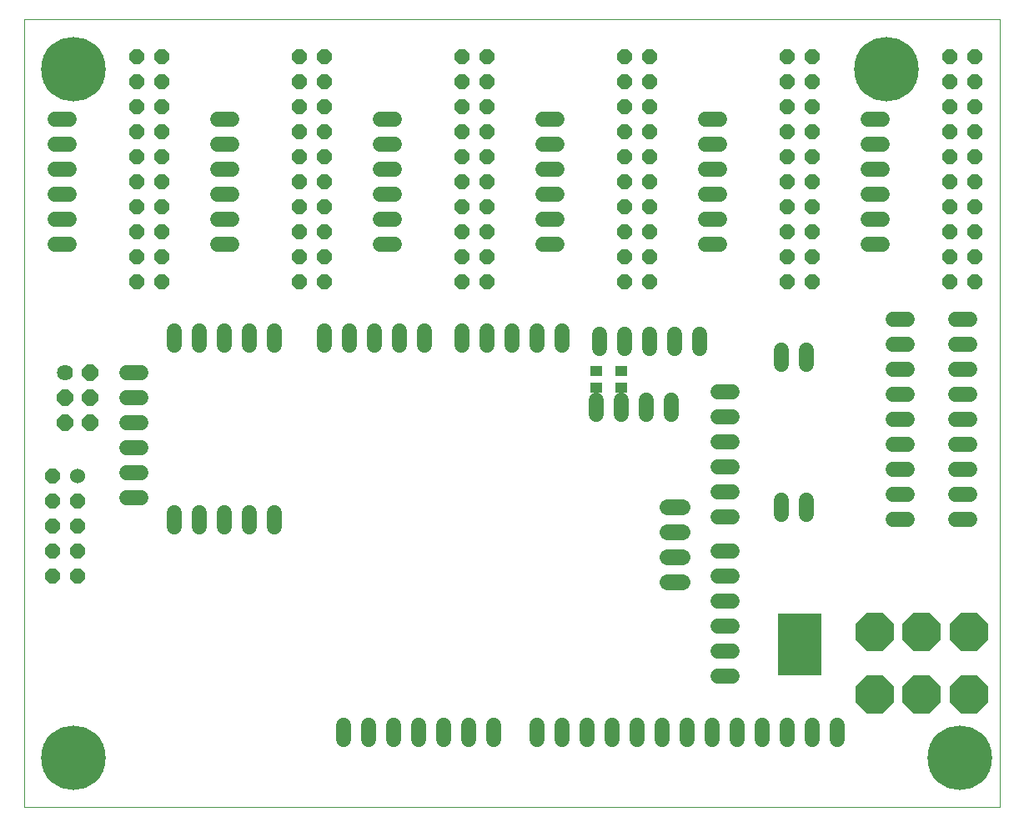
<source format=gbs>
G75*
%MOIN*%
%OFA0B0*%
%FSLAX25Y25*%
%IPPOS*%
%LPD*%
%AMOC8*
5,1,8,0,0,1.08239X$1,22.5*
%
%ADD10C,0.00000*%
%ADD11R,0.17500X0.25000*%
%ADD12C,0.06400*%
%ADD13OC8,0.06000*%
%ADD14C,0.06000*%
%ADD15R,0.04731X0.04337*%
%ADD16OC8,0.15400*%
%ADD17C,0.06400*%
%ADD18OC8,0.06400*%
%ADD19C,0.06000*%
%ADD20C,0.25800*%
D10*
X0041800Y0041800D02*
X0041800Y0356761D01*
X0431564Y0356761D01*
X0431564Y0041800D01*
X0041800Y0041800D01*
D11*
X0351800Y0106800D03*
D12*
X0304800Y0131800D02*
X0298800Y0131800D01*
X0298800Y0141800D02*
X0304800Y0141800D01*
X0304800Y0151800D02*
X0298800Y0151800D01*
X0298800Y0161800D02*
X0304800Y0161800D01*
D13*
X0291800Y0251800D03*
X0291800Y0261800D03*
X0281800Y0261800D03*
X0281800Y0251800D03*
X0281800Y0271800D03*
X0281800Y0281800D03*
X0291800Y0281800D03*
X0291800Y0271800D03*
X0291800Y0291800D03*
X0291800Y0301800D03*
X0281800Y0301800D03*
X0281800Y0291800D03*
X0281800Y0311800D03*
X0281800Y0321800D03*
X0291800Y0321800D03*
X0291800Y0311800D03*
X0291800Y0331800D03*
X0291800Y0341800D03*
X0281800Y0341800D03*
X0281800Y0331800D03*
X0226800Y0331800D03*
X0226800Y0341800D03*
X0216800Y0341800D03*
X0216800Y0331800D03*
X0216800Y0321800D03*
X0216800Y0311800D03*
X0226800Y0311800D03*
X0226800Y0321800D03*
X0226800Y0301800D03*
X0226800Y0291800D03*
X0216800Y0291800D03*
X0216800Y0301800D03*
X0216800Y0281800D03*
X0216800Y0271800D03*
X0226800Y0271800D03*
X0226800Y0281800D03*
X0226800Y0261800D03*
X0226800Y0251800D03*
X0216800Y0251800D03*
X0216800Y0261800D03*
X0161800Y0261800D03*
X0161800Y0251800D03*
X0151800Y0251800D03*
X0151800Y0261800D03*
X0151800Y0271800D03*
X0151800Y0281800D03*
X0161800Y0281800D03*
X0161800Y0271800D03*
X0161800Y0291800D03*
X0161800Y0301800D03*
X0151800Y0301800D03*
X0151800Y0291800D03*
X0151800Y0311800D03*
X0151800Y0321800D03*
X0161800Y0321800D03*
X0161800Y0311800D03*
X0161800Y0331800D03*
X0161800Y0341800D03*
X0151800Y0341800D03*
X0151800Y0331800D03*
X0096800Y0331800D03*
X0096800Y0341800D03*
X0086800Y0341800D03*
X0086800Y0331800D03*
X0086800Y0321800D03*
X0086800Y0311800D03*
X0096800Y0311800D03*
X0096800Y0321800D03*
X0096800Y0301800D03*
X0096800Y0291800D03*
X0086800Y0291800D03*
X0086800Y0301800D03*
X0086800Y0281800D03*
X0086800Y0271800D03*
X0096800Y0271800D03*
X0096800Y0281800D03*
X0096800Y0261800D03*
X0096800Y0251800D03*
X0086800Y0251800D03*
X0086800Y0261800D03*
X0053050Y0174300D03*
X0053050Y0164300D03*
X0063050Y0164300D03*
X0063050Y0154300D03*
X0063050Y0144300D03*
X0053050Y0144300D03*
X0053050Y0154300D03*
X0053050Y0134300D03*
X0063050Y0134300D03*
X0346800Y0251800D03*
X0346800Y0261800D03*
X0356800Y0261800D03*
X0356800Y0251800D03*
X0356800Y0271800D03*
X0356800Y0281800D03*
X0346800Y0281800D03*
X0346800Y0271800D03*
X0346800Y0291800D03*
X0346800Y0301800D03*
X0356800Y0301800D03*
X0356800Y0291800D03*
X0356800Y0311800D03*
X0356800Y0321800D03*
X0346800Y0321800D03*
X0346800Y0311800D03*
X0346800Y0331800D03*
X0346800Y0341800D03*
X0356800Y0341800D03*
X0356800Y0331800D03*
X0411800Y0331800D03*
X0411800Y0341800D03*
X0421800Y0341800D03*
X0421800Y0331800D03*
X0421800Y0321800D03*
X0421800Y0311800D03*
X0411800Y0311800D03*
X0411800Y0321800D03*
X0411800Y0301800D03*
X0411800Y0291800D03*
X0421800Y0291800D03*
X0421800Y0301800D03*
X0421800Y0281800D03*
X0421800Y0271800D03*
X0411800Y0271800D03*
X0411800Y0281800D03*
X0411800Y0261800D03*
X0411800Y0251800D03*
X0421800Y0251800D03*
X0421800Y0261800D03*
D14*
X0419600Y0236800D02*
X0414000Y0236800D01*
X0414000Y0226800D02*
X0419600Y0226800D01*
X0419600Y0216800D02*
X0414000Y0216800D01*
X0414000Y0206800D02*
X0419600Y0206800D01*
X0419600Y0196800D02*
X0414000Y0196800D01*
X0414000Y0186800D02*
X0419600Y0186800D01*
X0419600Y0176800D02*
X0414000Y0176800D01*
X0414000Y0166800D02*
X0419600Y0166800D01*
X0419600Y0156800D02*
X0414000Y0156800D01*
X0394600Y0156800D02*
X0389000Y0156800D01*
X0389000Y0166800D02*
X0394600Y0166800D01*
X0394600Y0176800D02*
X0389000Y0176800D01*
X0389000Y0186800D02*
X0394600Y0186800D01*
X0394600Y0196800D02*
X0389000Y0196800D01*
X0389000Y0206800D02*
X0394600Y0206800D01*
X0394600Y0216800D02*
X0389000Y0216800D01*
X0389000Y0226800D02*
X0394600Y0226800D01*
X0394600Y0236800D02*
X0389000Y0236800D01*
X0384600Y0266800D02*
X0379000Y0266800D01*
X0379000Y0276800D02*
X0384600Y0276800D01*
X0384600Y0286800D02*
X0379000Y0286800D01*
X0379000Y0296800D02*
X0384600Y0296800D01*
X0384600Y0306800D02*
X0379000Y0306800D01*
X0379000Y0316800D02*
X0384600Y0316800D01*
X0319600Y0316800D02*
X0314000Y0316800D01*
X0314000Y0306800D02*
X0319600Y0306800D01*
X0319600Y0296800D02*
X0314000Y0296800D01*
X0314000Y0286800D02*
X0319600Y0286800D01*
X0319600Y0276800D02*
X0314000Y0276800D01*
X0314000Y0266800D02*
X0319600Y0266800D01*
X0311800Y0230850D02*
X0311800Y0225250D01*
X0301800Y0225250D02*
X0301800Y0230850D01*
X0291800Y0230850D02*
X0291800Y0225250D01*
X0281800Y0225250D02*
X0281800Y0230850D01*
X0271800Y0230850D02*
X0271800Y0225250D01*
X0256800Y0226500D02*
X0256800Y0232100D01*
X0246800Y0232100D02*
X0246800Y0226500D01*
X0236800Y0226500D02*
X0236800Y0232100D01*
X0226800Y0232100D02*
X0226800Y0226500D01*
X0216800Y0226500D02*
X0216800Y0232100D01*
X0201800Y0232100D02*
X0201800Y0226500D01*
X0191800Y0226500D02*
X0191800Y0232100D01*
X0181800Y0232100D02*
X0181800Y0226500D01*
X0171800Y0226500D02*
X0171800Y0232100D01*
X0161800Y0232100D02*
X0161800Y0226500D01*
X0141800Y0226500D02*
X0141800Y0232100D01*
X0131800Y0232100D02*
X0131800Y0226500D01*
X0121800Y0226500D02*
X0121800Y0232100D01*
X0111800Y0232100D02*
X0111800Y0226500D01*
X0101800Y0226500D02*
X0101800Y0232100D01*
X0088350Y0215550D02*
X0082750Y0215550D01*
X0082750Y0205550D02*
X0088350Y0205550D01*
X0088350Y0195550D02*
X0082750Y0195550D01*
X0082750Y0185550D02*
X0088350Y0185550D01*
X0088350Y0175550D02*
X0082750Y0175550D01*
X0082750Y0165550D02*
X0088350Y0165550D01*
X0101800Y0159600D02*
X0101800Y0154000D01*
X0111800Y0154000D02*
X0111800Y0159600D01*
X0121800Y0159600D02*
X0121800Y0154000D01*
X0131800Y0154000D02*
X0131800Y0159600D01*
X0141800Y0159600D02*
X0141800Y0154000D01*
X0169300Y0074600D02*
X0169300Y0069000D01*
X0179300Y0069000D02*
X0179300Y0074600D01*
X0189300Y0074600D02*
X0189300Y0069000D01*
X0199300Y0069000D02*
X0199300Y0074600D01*
X0209300Y0074600D02*
X0209300Y0069000D01*
X0219300Y0069000D02*
X0219300Y0074600D01*
X0229300Y0074600D02*
X0229300Y0069000D01*
X0246800Y0069000D02*
X0246800Y0074600D01*
X0256800Y0074600D02*
X0256800Y0069000D01*
X0266800Y0069000D02*
X0266800Y0074600D01*
X0276800Y0074600D02*
X0276800Y0069000D01*
X0286800Y0069000D02*
X0286800Y0074600D01*
X0296800Y0074600D02*
X0296800Y0069000D01*
X0306800Y0069000D02*
X0306800Y0074600D01*
X0316800Y0074600D02*
X0316800Y0069000D01*
X0326800Y0069000D02*
X0326800Y0074600D01*
X0336800Y0074600D02*
X0336800Y0069000D01*
X0346800Y0069000D02*
X0346800Y0074600D01*
X0356800Y0074600D02*
X0356800Y0069000D01*
X0366800Y0069000D02*
X0366800Y0074600D01*
X0324600Y0094300D02*
X0319000Y0094300D01*
X0319000Y0104300D02*
X0324600Y0104300D01*
X0324600Y0114300D02*
X0319000Y0114300D01*
X0319000Y0124300D02*
X0324600Y0124300D01*
X0324600Y0134300D02*
X0319000Y0134300D01*
X0319000Y0144300D02*
X0324600Y0144300D01*
X0324600Y0158050D02*
X0319000Y0158050D01*
X0319000Y0168050D02*
X0324600Y0168050D01*
X0324600Y0178050D02*
X0319000Y0178050D01*
X0319000Y0188050D02*
X0324600Y0188050D01*
X0324600Y0198050D02*
X0319000Y0198050D01*
X0319000Y0208050D02*
X0324600Y0208050D01*
X0344300Y0219000D02*
X0344300Y0224600D01*
X0354300Y0224600D02*
X0354300Y0219000D01*
X0300550Y0204600D02*
X0300550Y0199000D01*
X0290550Y0199000D02*
X0290550Y0204600D01*
X0280550Y0204600D02*
X0280550Y0199000D01*
X0270550Y0199000D02*
X0270550Y0204600D01*
X0254600Y0266800D02*
X0249000Y0266800D01*
X0249000Y0276800D02*
X0254600Y0276800D01*
X0254600Y0286800D02*
X0249000Y0286800D01*
X0249000Y0296800D02*
X0254600Y0296800D01*
X0254600Y0306800D02*
X0249000Y0306800D01*
X0249000Y0316800D02*
X0254600Y0316800D01*
X0189600Y0316800D02*
X0184000Y0316800D01*
X0184000Y0306800D02*
X0189600Y0306800D01*
X0189600Y0296800D02*
X0184000Y0296800D01*
X0184000Y0286800D02*
X0189600Y0286800D01*
X0189600Y0276800D02*
X0184000Y0276800D01*
X0184000Y0266800D02*
X0189600Y0266800D01*
X0124600Y0266800D02*
X0119000Y0266800D01*
X0119000Y0276800D02*
X0124600Y0276800D01*
X0124600Y0286800D02*
X0119000Y0286800D01*
X0119000Y0296800D02*
X0124600Y0296800D01*
X0124600Y0306800D02*
X0119000Y0306800D01*
X0119000Y0316800D02*
X0124600Y0316800D01*
X0059600Y0316800D02*
X0054000Y0316800D01*
X0054000Y0306800D02*
X0059600Y0306800D01*
X0059600Y0296800D02*
X0054000Y0296800D01*
X0054000Y0286800D02*
X0059600Y0286800D01*
X0059600Y0276800D02*
X0054000Y0276800D01*
X0054000Y0266800D02*
X0059600Y0266800D01*
X0344300Y0164600D02*
X0344300Y0159000D01*
X0354300Y0159000D02*
X0354300Y0164600D01*
D15*
X0280550Y0209704D03*
X0280550Y0216396D03*
X0270550Y0216396D03*
X0270550Y0209704D03*
D16*
X0381800Y0111800D03*
X0400550Y0111800D03*
X0419300Y0111800D03*
X0419300Y0086800D03*
X0400550Y0086800D03*
X0381800Y0086800D03*
D17*
X0058050Y0215550D03*
D18*
X0068050Y0215550D03*
X0068050Y0205550D03*
X0068050Y0195550D03*
X0058050Y0195550D03*
X0058050Y0205550D03*
D19*
X0063050Y0174300D03*
D20*
X0061485Y0061485D03*
X0061485Y0337076D03*
X0386288Y0337076D03*
X0415816Y0061485D03*
M02*

</source>
